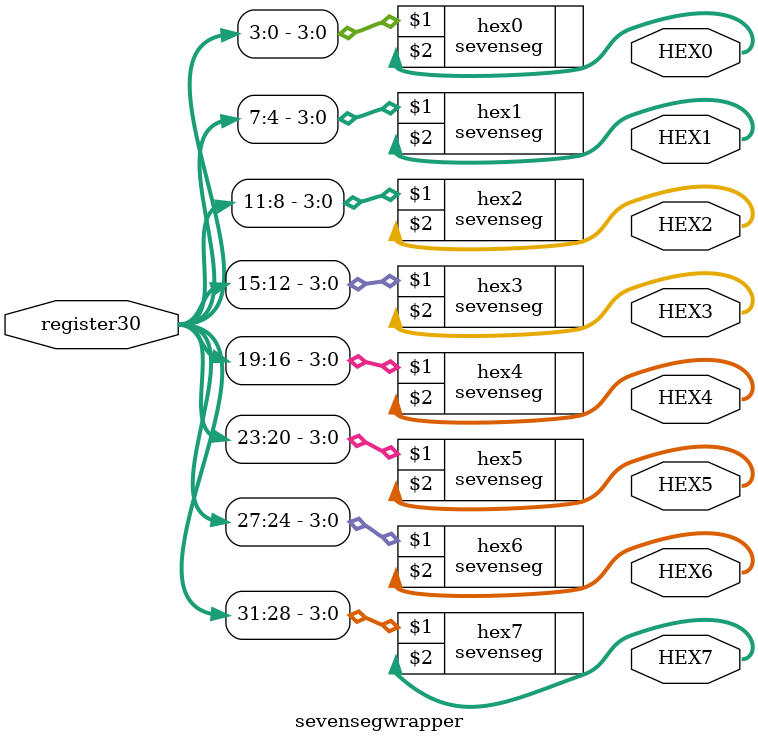
<source format=v>
module sevensegwrapper(input [31:0]register30,
		output [6:0] HEX0, HEX1, HEX2, HEX3, HEX4, HEX5, HEX6, HEX7);


	sevenseg hex0(register30[3:0], HEX0);
	sevenseg hex1(register30[7:4], HEX1);
	sevenseg hex2(register30[11:8], HEX2);
	sevenseg hex3(register30[15:12], HEX3);
	sevenseg hex4(register30[19:16], HEX4);
	sevenseg hex5(register30[23:20], HEX5);
	sevenseg hex6(register30[27:24], HEX6);
	sevenseg hex7(register30[31:28], HEX7);
endmodule
</source>
